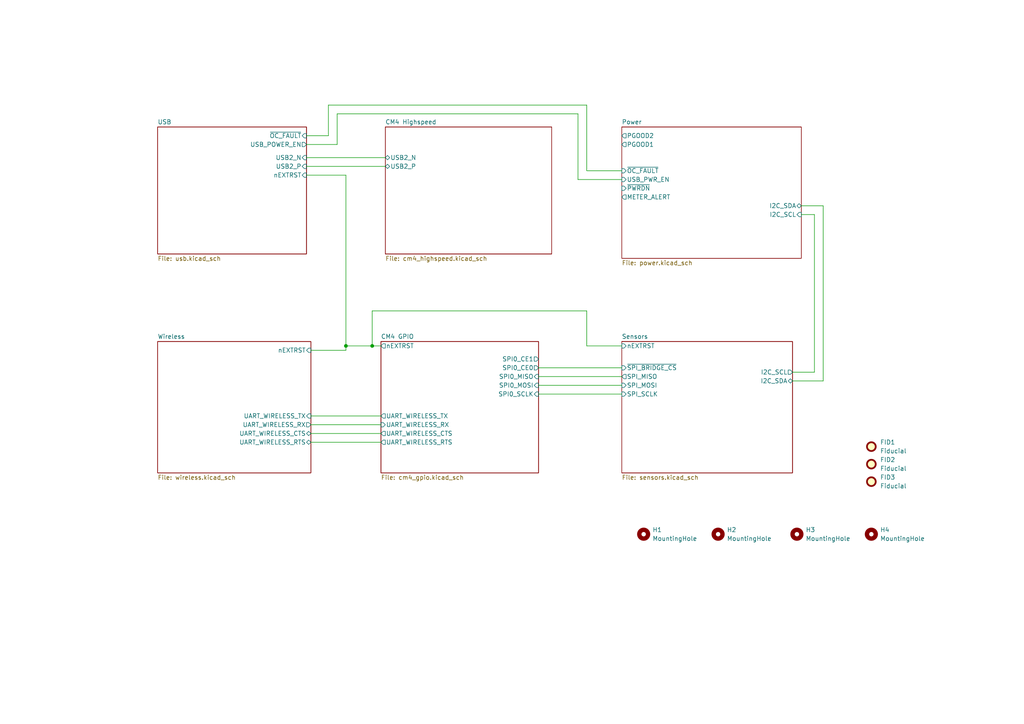
<source format=kicad_sch>
(kicad_sch (version 20211123) (generator eeschema)
  (paper "A4")
  (lib_symbols
    (symbol "Mechanical:Fiducial"
      (property "Reference" "FID" (at 0 5.08 0))
      (property "Value" "Fiducial" (at 0 3.175 0))
      (symbol "Fiducial_0_1"
        (circle (center 0 0) (radius 1.27) (stroke (width 0.508)) (fill (type background)))
      )
    )
    (symbol "Mechanical:MountingHole" (pin_names (offset 1.016))
      (property "Reference" "H" (at 0 5.08 0))
      (property "Value" "MountingHole" (at 0 3.175 0))
      (symbol "MountingHole_0_1"
        (circle (center 0 0) (radius 1.27) (stroke (width 1.27)))
      )
    )
  )
  (junction (at 100.33 100.33))
  (junction (at 107.95 100.33))
  (wire (pts (xy 167.64 52.07) (xy 180.34 52.07)))
  (wire (pts (xy 232.41 62.23) (xy 236.22 62.23)))
  (wire (pts (xy 170.18 90.17) (xy 107.95 90.17)))
  (wire (pts (xy 95.25 30.48) (xy 95.25 39.37)))
  (wire (pts (xy 90.17 128.27) (xy 110.49 128.27)))
  (wire (pts (xy 236.22 107.95) (xy 229.87 107.95)))
  (wire (pts (xy 107.95 90.17) (xy 107.95 100.33)))
  (wire (pts (xy 170.18 49.53) (xy 170.18 30.48)))
  (wire (pts (xy 238.76 110.49) (xy 229.87 110.49)))
  (wire (pts (xy 232.41 59.69) (xy 238.76 59.69)))
  (wire (pts (xy 100.33 100.33) (xy 107.95 100.33)))
  (wire (pts (xy 170.18 100.33) (xy 170.18 90.17)))
  (wire (pts (xy 238.76 59.69) (xy 238.76 110.49)))
  (wire (pts (xy 180.34 49.53) (xy 170.18 49.53)))
  (wire (pts (xy 90.17 101.6) (xy 100.33 101.6)))
  (wire (pts (xy 170.18 30.48) (xy 95.25 30.48)))
  (wire (pts (xy 88.9 50.8) (xy 100.33 50.8)))
  (wire (pts (xy 180.34 100.33) (xy 170.18 100.33)))
  (wire (pts (xy 90.17 120.65) (xy 110.49 120.65)))
  (wire (pts (xy 90.17 123.19) (xy 110.49 123.19)))
  (wire (pts (xy 156.21 106.68) (xy 180.34 106.68)))
  (wire (pts (xy 107.95 100.33) (xy 110.49 100.33)))
  (wire (pts (xy 97.79 41.91) (xy 97.79 33.02)))
  (wire (pts (xy 100.33 50.8) (xy 100.33 100.33)))
  (wire (pts (xy 236.22 62.23) (xy 236.22 107.95)))
  (wire (pts (xy 100.33 101.6) (xy 100.33 100.33)))
  (wire (pts (xy 156.21 114.3) (xy 180.34 114.3)))
  (wire (pts (xy 88.9 48.26) (xy 111.76 48.26)))
  (wire (pts (xy 156.21 109.22) (xy 180.34 109.22)))
  (wire (pts (xy 90.17 125.73) (xy 110.49 125.73)))
  (wire (pts (xy 97.79 33.02) (xy 167.64 33.02)))
  (wire (pts (xy 95.25 39.37) (xy 88.9 39.37)))
  (wire (pts (xy 156.21 111.76) (xy 180.34 111.76)))
  (wire (pts (xy 167.64 33.02) (xy 167.64 52.07)))
  (wire (pts (xy 88.9 41.91) (xy 97.79 41.91)))
  (wire (pts (xy 88.9 45.72) (xy 111.76 45.72)))
  (symbol (lib_id "Mechanical:MountingHole") (at 252.73 154.94 0) (unit 1) (in_bom no)
    (property "Reference" "H4" (at 255.27 153.6699 0) (effects (justify left)))
    (property "Value" "MountingHole" (at 255.27 156.2099 0) (effects (justify left)))
    (property "Footprint" "MountingHole:MountingHole_2.7mm_M2.5" (effects hide))
    (property "MPN" "KFS2-M2.5" (effects hide))
  )
  (symbol (lib_id "Mechanical:Fiducial") (at 252.73 129.54 0) (unit 1)
    (property "Reference" "FID1" (at 255.27 128.2699 0) (effects (justify left)))
    (property "Value" "Fiducial" (at 255.27 130.8099 0) (effects (justify left)))
    (property "Footprint" "Fiducial:Fiducial_0.5mm_Mask1mm" (effects hide))
  )
  (symbol (lib_id "Mechanical:Fiducial") (at 252.73 139.7 90) (unit 1)
    (property "Reference" "FID3" (at 255.27 138.4299 90) (effects (justify right)))
    (property "Value" "Fiducial" (at 255.27 140.9699 90) (effects (justify right)))
    (property "Footprint" "Fiducial:Fiducial_0.5mm_Mask1mm" (effects hide))
  )
  (symbol (lib_id "Mechanical:MountingHole") (at 208.28 154.94 0) (unit 1) (in_bom no)
    (property "Reference" "H2" (at 210.82 153.6699 0) (effects (justify left)))
    (property "Value" "MountingHole" (at 210.82 156.2099 0) (effects (justify left)))
    (property "Footprint" "MountingHole:MountingHole_2.7mm_M2.5" (effects hide))
    (property "MPN" "KFS2-M2.5" (effects hide))
  )
  (symbol (lib_id "Mechanical:MountingHole") (at 186.69 154.94 0) (unit 1) (in_bom no)
    (property "Reference" "H1" (at 189.23 153.6699 0) (effects (justify left)))
    (property "Value" "MountingHole" (at 189.23 156.2099 0) (effects (justify left)))
    (property "Footprint" "MountingHole:MountingHole_2.7mm_M2.5" (effects hide))
    (property "MPN" "KFS2-M2.5" (effects hide))
  )
  (symbol (lib_id "Mechanical:MountingHole") (at 231.14 154.94 0) (unit 1) (in_bom no)
    (property "Reference" "H3" (at 233.68 153.6699 0) (effects (justify left)))
    (property "Value" "MountingHole" (at 233.68 156.2099 0) (effects (justify left)))
    (property "Footprint" "MountingHole:MountingHole_2.7mm_M2.5" (effects hide))
    (property "MPN" "KFS2-M2.5" (effects hide))
  )
  (symbol (lib_id "Mechanical:Fiducial") (at 252.73 134.62 0) (unit 1)
    (property "Reference" "FID2" (at 255.27 133.3499 0) (effects (justify left)))
    (property "Value" "Fiducial" (at 255.27 135.8899 0) (effects (justify left)))
    (property "Footprint" "Fiducial:Fiducial_0.5mm_Mask1mm" (effects hide))
  )
  (sheet (at 45.72 99.06) (size 44.45 38.1) (stroke (width 0.1524))
    (property "Sheet name" "Wireless" (at 45.72 98.3484 0) (effects (justify left bottom)))
    (property "Sheet file" "wireless.kicad_sch" (at 45.72 137.7446 0) (effects (justify left top)))
    (pin "nEXTRST" input (at 90.17 101.6 0))
    (pin "UART_WIRELESS_RTS" bidirectional (at 90.17 128.27 0))
    (pin "UART_WIRELESS_CTS" bidirectional (at 90.17 125.73 0))
    (pin "UART_WIRELESS_RX" output (at 90.17 123.19 0))
    (pin "UART_WIRELESS_TX" input (at 90.17 120.65 0))
  )
  (sheet (at 180.34 99.06) (size 49.53 38.1) (stroke (width 0.1524))
    (property "Sheet name" "Sensors" (at 180.34 98.3484 0) (effects (justify left bottom)))
    (property "Sheet file" "sensors.kicad_sch" (at 180.34 137.7446 0) (effects (justify left top)))
    (pin "SPI_MISO" output (at 180.34 109.22 180))
    (pin "SPI_SCLK" input (at 180.34 114.3 180))
    (pin "SPI_MOSI" input (at 180.34 111.76 180))
    (pin "nEXTRST" input (at 180.34 100.33 180))
    (pin "I2C_SCL" output (at 229.87 107.95 0))
    (pin "I2C_SDA" bidirectional (at 229.87 110.49 0))
    (pin "~{SPI_BRIDGE_CS}" input (at 180.34 106.68 180))
  )
  (sheet (at 45.72 36.83) (size 43.18 36.83) (stroke (width 0.1524))
    (property "Sheet name" "USB" (at 45.72 36.1184 0) (effects (justify left bottom)))
    (property "Sheet file" "usb.kicad_sch" (at 45.72 74.2446 0) (effects (justify left top)))
    (pin "USB2_N" input (at 88.9 45.72 0))
    (pin "USB2_P" input (at 88.9 48.26 0))
    (pin "nEXTRST" input (at 88.9 50.8 0))
    (pin "~{OC_FAULT}" input (at 88.9 39.37 0))
    (pin "USB_POWER_EN" output (at 88.9 41.91 0))
  )
  (sheet (at 110.49 99.06) (size 45.72 38.1) (stroke (width 0.1524))
    (property "Sheet name" "CM4 GPIO" (at 110.49 98.3484 0) (effects (justify left bottom)))
    (property "Sheet file" "cm4_gpio.kicad_sch" (at 110.49 137.7446 0) (effects (justify left top)))
    (pin "SPI0_MISO" input (at 156.21 109.22 0))
    (pin "SPI0_MOSI" input (at 156.21 111.76 0))
    (pin "SPI0_SCLK" input (at 156.21 114.3 0))
    (pin "nEXTRST" output (at 110.49 100.33 180))
    (pin "SPI0_CE1" output (at 156.21 104.14 0))
    (pin "SPI0_CE0" output (at 156.21 106.68 0))
    (pin "UART_WIRELESS_TX" output (at 110.49 120.65 180))
    (pin "UART_WIRELESS_RX" input (at 110.49 123.19 180))
    (pin "UART_WIRELESS_CTS" output (at 110.49 125.73 180))
    (pin "UART_WIRELESS_RTS" output (at 110.49 128.27 180))
  )
  (sheet (at 111.76 36.83) (size 48.26 36.83) (stroke (width 0.1524))
    (property "Sheet name" "CM4 Highspeed" (at 111.76 36.1184 0) (effects (justify left bottom)))
    (property "Sheet file" "cm4_highspeed.kicad_sch" (at 111.76 74.2446 0) (effects (justify left top)))
    (pin "USB2_P" bidirectional (at 111.76 48.26 180))
    (pin "USB2_N" bidirectional (at 111.76 45.72 180))
  )
  (sheet (at 180.34 36.83) (size 52.07 38.1) (stroke (width 0.1524))
    (property "Sheet name" "Power" (at 180.34 36.1184 0) (effects (justify left bottom)))
    (property "Sheet file" "power.kicad_sch" (at 180.34 75.5146 0) (effects (justify left top)))
    (pin "PGOOD2" output (at 180.34 39.37 180))
    (pin "PGOOD1" output (at 180.34 41.91 180))
    (pin "I2C_SDA" bidirectional (at 232.41 59.69 0))
    (pin "I2C_SCL" input (at 232.41 62.23 0))
    (pin "~{PWRDN}" input (at 180.34 54.61 180))
    (pin "METER_ALERT" output (at 180.34 57.15 180))
    (pin "~{OC_FAULT}" input (at 180.34 49.53 180))
    (pin "USB_PWR_EN" input (at 180.34 52.07 180))
  )
)
</source>
